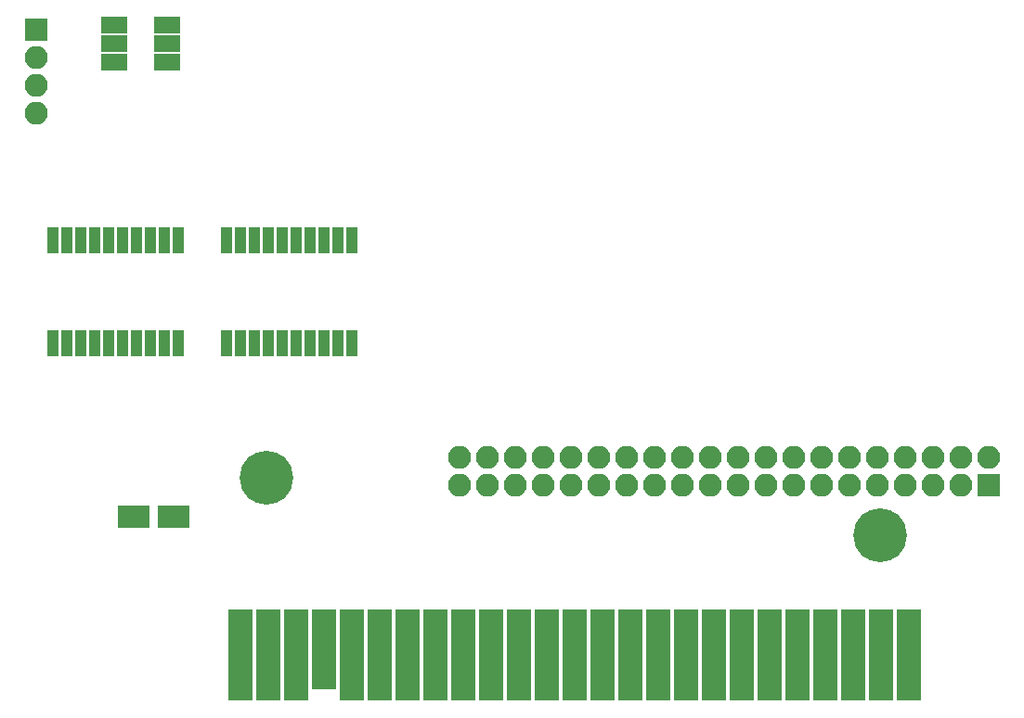
<source format=gbr>
G04 #@! TF.FileFunction,Soldermask,Top*
%FSLAX46Y46*%
G04 Gerber Fmt 4.6, Leading zero omitted, Abs format (unit mm)*
G04 Created by KiCad (PCBNEW 4.0.7) date 01/15/20 01:18:49*
%MOMM*%
%LPD*%
G01*
G04 APERTURE LIST*
%ADD10C,0.100000*%
%ADD11R,2.100000X2.100000*%
%ADD12O,2.100000X2.100000*%
%ADD13C,4.900000*%
%ADD14R,2.200000X8.400000*%
%ADD15R,2.200000X7.400000*%
%ADD16R,3.000000X2.000000*%
%ADD17R,2.400000X1.500000*%
%ADD18R,1.000000X2.350000*%
G04 APERTURE END LIST*
D10*
D11*
X195199000Y-94297500D03*
D12*
X195199000Y-91757500D03*
X192659000Y-94297500D03*
X192659000Y-91757500D03*
X190119000Y-94297500D03*
X190119000Y-91757500D03*
X187579000Y-94297500D03*
X187579000Y-91757500D03*
X185039000Y-94297500D03*
X185039000Y-91757500D03*
X182499000Y-94297500D03*
X182499000Y-91757500D03*
X179959000Y-94297500D03*
X179959000Y-91757500D03*
X177419000Y-94297500D03*
X177419000Y-91757500D03*
X174879000Y-94297500D03*
X174879000Y-91757500D03*
X172339000Y-94297500D03*
X172339000Y-91757500D03*
X169799000Y-94297500D03*
X169799000Y-91757500D03*
X167259000Y-94297500D03*
X167259000Y-91757500D03*
X164719000Y-94297500D03*
X164719000Y-91757500D03*
X162179000Y-94297500D03*
X162179000Y-91757500D03*
X159639000Y-94297500D03*
X159639000Y-91757500D03*
X157099000Y-94297500D03*
X157099000Y-91757500D03*
X154559000Y-94297500D03*
X154559000Y-91757500D03*
X152019000Y-94297500D03*
X152019000Y-91757500D03*
X149479000Y-94297500D03*
X149479000Y-91757500D03*
X146939000Y-94297500D03*
X146939000Y-91757500D03*
D13*
X185323640Y-98897440D03*
D14*
X187939840Y-109827440D03*
X185399840Y-109827440D03*
X182859840Y-109827440D03*
X180319840Y-109827440D03*
X177779840Y-109827440D03*
X175239840Y-109827440D03*
X172699840Y-109827440D03*
X170159840Y-109827440D03*
X167619840Y-109827440D03*
X165079840Y-109827440D03*
X162539840Y-109827440D03*
X159999840Y-109827440D03*
X157459840Y-109827440D03*
X154919840Y-109827440D03*
X152379840Y-109827440D03*
X149839840Y-109827440D03*
X147299840Y-109827440D03*
X144759840Y-109827440D03*
X142219840Y-109827440D03*
X139679840Y-109827440D03*
X137139840Y-109827440D03*
D15*
X134594760Y-109334680D03*
D14*
X132059840Y-109827440D03*
X129519840Y-109827440D03*
X126979840Y-109827440D03*
D13*
X129324260Y-93695520D03*
D16*
X117262000Y-97218500D03*
X120862000Y-97218500D03*
D17*
X115469000Y-52353000D03*
X115469000Y-54053000D03*
X115469000Y-55753000D03*
X120269000Y-55753000D03*
X120269000Y-54053000D03*
X120269000Y-52353000D03*
D18*
X125679000Y-81383600D03*
X126949000Y-81383600D03*
X128219000Y-81383600D03*
X129489000Y-81383600D03*
X130759000Y-81383600D03*
X132029000Y-81383600D03*
X133299000Y-81383600D03*
X134569000Y-81383600D03*
X135839000Y-81383600D03*
X137109000Y-81383600D03*
X137109000Y-71983600D03*
X135839000Y-71983600D03*
X134569000Y-71983600D03*
X133299000Y-71983600D03*
X132029000Y-71983600D03*
X130759000Y-71983600D03*
X129489000Y-71983600D03*
X128219000Y-71983600D03*
X126949000Y-71983600D03*
X125679000Y-71983600D03*
X109880000Y-81383600D03*
X111150000Y-81383600D03*
X112420000Y-81383600D03*
X113690000Y-81383600D03*
X114960000Y-81383600D03*
X116230000Y-81383600D03*
X117500000Y-81383600D03*
X118770000Y-81383600D03*
X120040000Y-81383600D03*
X121310000Y-81383600D03*
X121310000Y-71983600D03*
X120040000Y-71983600D03*
X118770000Y-71983600D03*
X117500000Y-71983600D03*
X116230000Y-71983600D03*
X114960000Y-71983600D03*
X113690000Y-71983600D03*
X112420000Y-71983600D03*
X111150000Y-71983600D03*
X109880000Y-71983600D03*
D11*
X108331000Y-52768500D03*
D12*
X108331000Y-55308500D03*
X108331000Y-57848500D03*
X108331000Y-60388500D03*
M02*

</source>
